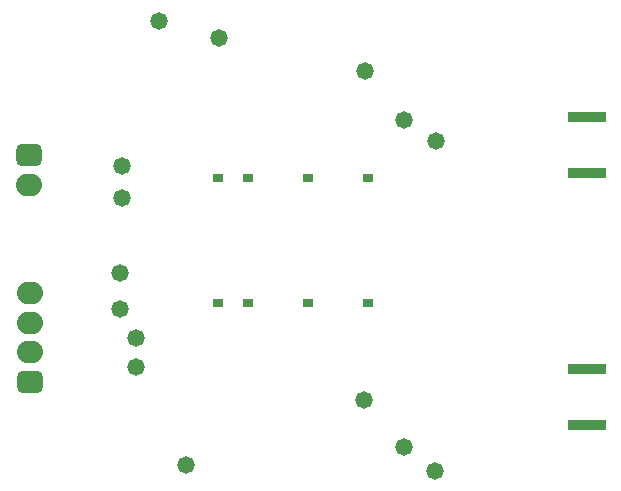
<source format=gbs>
G04*
G04 #@! TF.GenerationSoftware,Altium Limited,Altium Designer,21.6.4 (81)*
G04*
G04 Layer_Color=16711935*
%FSLAX25Y25*%
%MOIN*%
G70*
G04*
G04 #@! TF.SameCoordinates,D96B5EB0-5715-4667-86B1-06F83BB8B169*
G04*
G04*
G04 #@! TF.FilePolarity,Negative*
G04*
G01*
G75*
%ADD30R,0.03556X0.02572*%
%ADD31R,0.12611X0.03556*%
G04:AMPARAMS|DCode=32|XSize=74.93mil|YSize=86.74mil|CornerRadius=20.73mil|HoleSize=0mil|Usage=FLASHONLY|Rotation=90.000|XOffset=0mil|YOffset=0mil|HoleType=Round|Shape=RoundedRectangle|*
%AMROUNDEDRECTD32*
21,1,0.07493,0.04528,0,0,90.0*
21,1,0.03347,0.08674,0,0,90.0*
1,1,0.04146,0.02264,0.01673*
1,1,0.04146,0.02264,-0.01673*
1,1,0.04146,-0.02264,-0.01673*
1,1,0.04146,-0.02264,0.01673*
%
%ADD32ROUNDEDRECTD32*%
%ADD33O,0.08674X0.07493*%
%ADD34C,0.05800*%
D30*
X89468Y120472D02*
D03*
X99468D02*
D03*
X119471D02*
D03*
X139469D02*
D03*
X89468Y78740D02*
D03*
X99468D02*
D03*
X119471D02*
D03*
X139469D02*
D03*
D31*
X212598Y38189D02*
D03*
Y56693D02*
D03*
Y122047D02*
D03*
Y140551D02*
D03*
D32*
X26772Y52362D02*
D03*
X26378Y127953D02*
D03*
D33*
X26772Y62205D02*
D03*
Y72047D02*
D03*
Y81890D02*
D03*
X26378Y118110D02*
D03*
D34*
X57480Y113779D02*
D03*
X56693Y76772D02*
D03*
Y88583D02*
D03*
X151575Y139764D02*
D03*
X62205Y57480D02*
D03*
X69685Y172835D02*
D03*
X89764Y166929D02*
D03*
X78740Y24803D02*
D03*
X62205Y66929D02*
D03*
X57480Y124409D02*
D03*
X138189Y46457D02*
D03*
X161811Y22835D02*
D03*
X151575Y30709D02*
D03*
X138583Y155905D02*
D03*
X162205Y132677D02*
D03*
M02*

</source>
